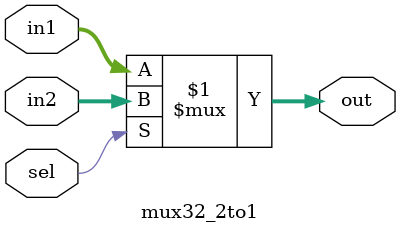
<source format=v>
module mux32_2to1(input [31:0] in1,in2,input sel,output reg [31:0] out);
	assign out = sel ? in2 : in1;
endmodule

</source>
